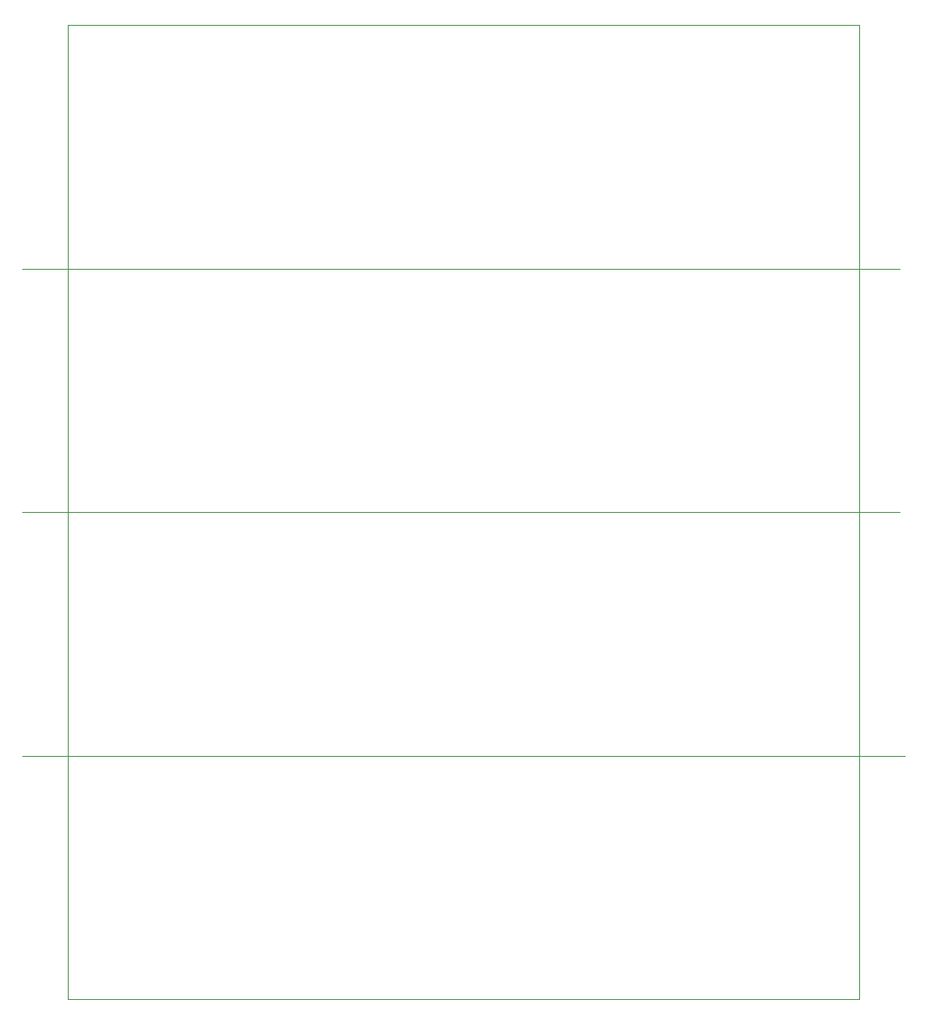
<source format=gm1>
G04 #@! TF.GenerationSoftware,KiCad,Pcbnew,(5.1.9)-1*
G04 #@! TF.CreationDate,2022-11-24T18:27:01+09:00*
G04 #@! TF.ProjectId,ROMCHG-PNL,524f4d43-4847-42d5-904e-4c2e6b696361,rev?*
G04 #@! TF.SameCoordinates,PX1c9ea90PY98919e0*
G04 #@! TF.FileFunction,Profile,NP*
%FSLAX46Y46*%
G04 Gerber Fmt 4.6, Leading zero omitted, Abs format (unit mm)*
G04 Created by KiCad (PCBNEW (5.1.9)-1) date 2022-11-24 18:27:01*
%MOMM*%
%LPD*%
G01*
G04 APERTURE LIST*
G04 #@! TA.AperFunction,Profile*
%ADD10C,0.100000*%
G04 #@! TD*
G04 APERTURE END LIST*
D10*
X82000000Y72000000D02*
X-4500000Y72000000D01*
X78000000Y96000000D02*
X0Y96000000D01*
X82000000Y48000000D02*
X-4500000Y48000000D01*
X-4500000Y24000000D02*
X82500000Y24000000D01*
X0Y96000000D02*
X0Y0D01*
X78000000Y0D02*
X78000000Y96000000D01*
X0Y0D02*
X78000000Y0D01*
M02*

</source>
